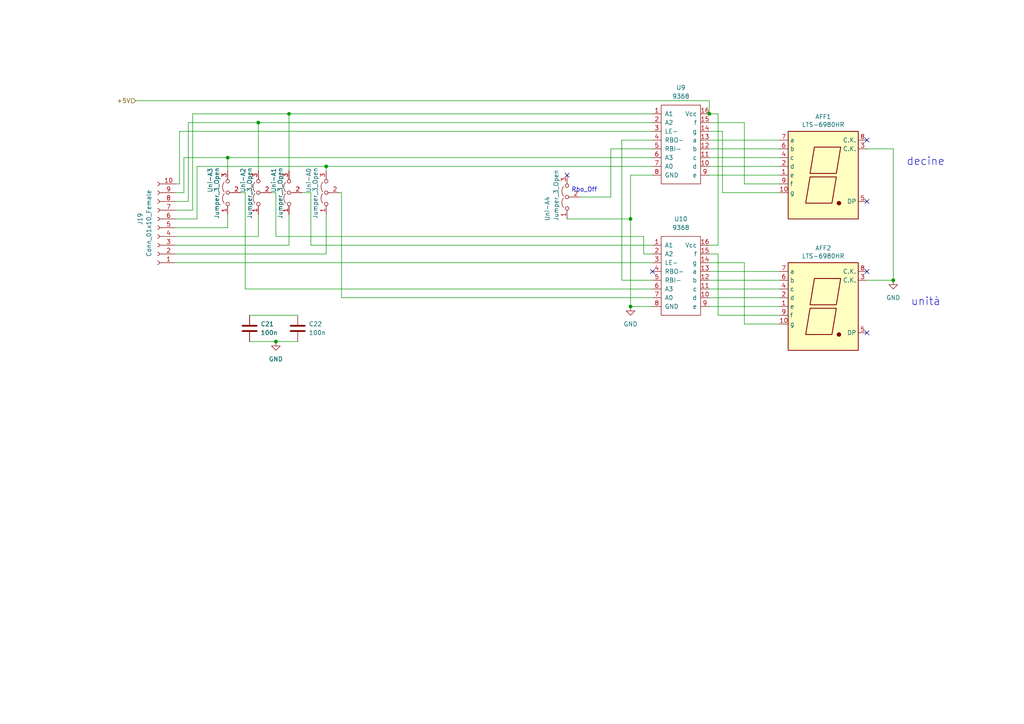
<source format=kicad_sch>
(kicad_sch (version 20211123) (generator eeschema)
  (paper "A4")
  (lib_symbols
    (symbol "Connector:Conn_01x10_Female" (pin_names (offset 1.016) hide)
      (property "Reference" "J" (at 0 12.7 0))
      (property "Value" "Conn_01x10_Female" (at 0 -15.24 0))
      (symbol "Conn_01x10_Female_1_1"
        (arc (start 0 -12.192) (mid -0.508 -12.7) (end 0 -13.208) (stroke (width 0.1524)))
        (arc (start 0 -9.652) (mid -0.508 -10.16) (end 0 -10.668) (stroke (width 0.1524)))
        (arc (start 0 -7.112) (mid -0.508 -7.62) (end 0 -8.128) (stroke (width 0.1524)))
        (arc (start 0 -4.572) (mid -0.508 -5.08) (end 0 -5.588) (stroke (width 0.1524)))
        (arc (start 0 -2.032) (mid -0.508 -2.54) (end 0 -3.048) (stroke (width 0.1524)))
        (polyline (pts (xy -1.27 -12.7) (xy -0.508 -12.7)) (stroke (width 0.1524)))
        (polyline (pts (xy -1.27 -10.16) (xy -0.508 -10.16)) (stroke (width 0.1524)))
        (polyline (pts (xy -1.27 -7.62) (xy -0.508 -7.62)) (stroke (width 0.1524)))
        (polyline (pts (xy -1.27 -5.08) (xy -0.508 -5.08)) (stroke (width 0.1524)))
        (polyline (pts (xy -1.27 -2.54) (xy -0.508 -2.54)) (stroke (width 0.1524)))
        (polyline (pts (xy -1.27 0) (xy -0.508 0)) (stroke (width 0.1524)))
        (polyline (pts (xy -1.27 2.54) (xy -0.508 2.54)) (stroke (width 0.1524)))
        (polyline (pts (xy -1.27 5.08) (xy -0.508 5.08)) (stroke (width 0.1524)))
        (polyline (pts (xy -1.27 7.62) (xy -0.508 7.62)) (stroke (width 0.1524)))
        (polyline (pts (xy -1.27 10.16) (xy -0.508 10.16)) (stroke (width 0.1524)))
        (arc (start 0 0.508) (mid -0.508 0) (end 0 -0.508) (stroke (width 0.1524)))
        (arc (start 0 3.048) (mid -0.508 2.54) (end 0 2.032) (stroke (width 0.1524)))
        (arc (start 0 5.588) (mid -0.508 5.08) (end 0 4.572) (stroke (width 0.1524)))
        (arc (start 0 8.128) (mid -0.508 7.62) (end 0 7.112) (stroke (width 0.1524)))
        (arc (start 0 10.668) (mid -0.508 10.16) (end 0 9.652) (stroke (width 0.1524)))
        (pin passive line (at -5.08 10.16 0) (length 3.81) (name "Pin_1") (number "1"))
        (pin passive line (at -5.08 -12.7 0) (length 3.81) (name "Pin_10") (number "10"))
        (pin passive line (at -5.08 7.62 0) (length 3.81) (name "Pin_2") (number "2"))
        (pin passive line (at -5.08 5.08 0) (length 3.81) (name "Pin_3") (number "3"))
        (pin passive line (at -5.08 2.54 0) (length 3.81) (name "Pin_4") (number "4"))
        (pin passive line (at -5.08 0 0) (length 3.81) (name "Pin_5") (number "5"))
        (pin passive line (at -5.08 -2.54 0) (length 3.81) (name "Pin_6") (number "6"))
        (pin passive line (at -5.08 -5.08 0) (length 3.81) (name "Pin_7") (number "7"))
        (pin passive line (at -5.08 -7.62 0) (length 3.81) (name "Pin_8") (number "8"))
        (pin passive line (at -5.08 -10.16 0) (length 3.81) (name "Pin_9") (number "9"))
      )
    )
    (symbol "Device:C" (pin_numbers hide) (pin_names (offset 0.254))
      (property "Reference" "C" (at 0.635 2.54 0))
      (property "Value" "C" (at 0.635 -2.54 0))
      (symbol "C_0_1"
        (polyline (pts (xy -2.032 -0.762) (xy 2.032 -0.762)) (stroke (width 0.508)))
        (polyline (pts (xy -2.032 0.762) (xy 2.032 0.762)) (stroke (width 0.508)))
      )
      (symbol "C_1_1"
        (pin passive line (at 0 3.81 270) (length 2.794) (name "~") (number "1"))
        (pin passive line (at 0 -3.81 90) (length 2.794) (name "~") (number "2"))
      )
    )
    (symbol "Display_Character:LTS-6980HR"
      (property "Reference" "AFF" (at -7.874 13.97 0))
      (property "Value" "LTS-6980HR" (at 4.064 13.97 0))
      (symbol "LTS-6980HR_0_1"
        (rectangle (start -10.16 12.7) (end 10.16 -12.7) (stroke (width 0.254)) (fill (type background)))
        (polyline (pts (xy -3.81 -0.508) (xy 3.81 -0.508) (xy 2.54 -8.128) (xy -5.08 -8.128) (xy -3.81 -0.508) (xy -3.81 -0.508)) (stroke (width 0.254)))
        (polyline (pts (xy -2.54 8.128) (xy 5.08 8.128) (xy 3.81 0.508) (xy -3.81 0.508) (xy -2.54 8.128) (xy -2.54 8.128)) (stroke (width 0.254)))
        (circle (center 4.572 -8.128) (radius 0.508) (stroke (width 0.254)) (fill (type outline)))
      )
      (symbol "LTS-6980HR_1_1"
        (pin passive line (at -12.7 0 0) (length 2.54) (name "e") (number "1"))
        (pin passive line (at -12.7 -5.08 0) (length 2.54) (name "g") (number "10"))
        (pin passive line (at -12.7 2.54 0) (length 2.54) (name "d") (number "2"))
        (pin passive line (at 12.7 7.62 180) (length 2.54) (name "C.K.") (number "3"))
        (pin passive line (at -12.7 5.08 0) (length 2.54) (name "c") (number "4"))
        (pin passive line (at 12.7 -7.62 180) (length 2.54) (name "DP") (number "5"))
        (pin passive line (at -12.7 7.62 0) (length 2.54) (name "b") (number "6"))
        (pin passive line (at -12.7 10.16 0) (length 2.54) (name "a") (number "7"))
        (pin passive line (at 12.7 10.16 180) (length 2.54) (name "C.K.") (number "8"))
        (pin passive line (at -12.7 -2.54 0) (length 2.54) (name "f") (number "9"))
      )
    )
    (symbol "Jumper:Jumper_3_Open" (pin_names (offset 0) hide)
      (property "Reference" "JP" (at -2.54 -2.54 0))
      (property "Value" "Jumper_3_Open" (at 0 2.794 0))
      (symbol "Jumper_3_Open_0_0"
        (circle (center -3.302 0) (radius 0.508))
        (circle (center 0 0) (radius 0.508))
        (circle (center 3.302 0) (radius 0.508))
      )
      (symbol "Jumper_3_Open_0_1"
        (arc (start -0.254 1.016) (mid -1.651 1.4992) (end -3.048 1.016))
        (polyline (pts (xy 0 -0.508) (xy 0 -1.27)))
        (arc (start 3.048 1.016) (mid 1.651 1.4992) (end 0.254 1.016))
      )
      (symbol "Jumper_3_Open_1_1"
        (pin passive line (at -6.35 0 0) (length 2.54) (name "A") (number "1"))
        (pin passive line (at 0 -3.81 90) (length 2.54) (name "C") (number "2"))
        (pin passive line (at 6.35 0 180) (length 2.54) (name "B") (number "3"))
      )
    )
    (symbol "Massimi_Lib. (2):9368" (pin_names (offset 1.016))
      (property "Reference" "U" (at 0 1.27 0))
      (property "Value" "9368" (at 0 -1.27 0))
      (symbol "9368_0_1"
        (rectangle (start -6.35 -2.54) (end 5.08 -25.4))
      )
      (symbol "9368_1_1"
        (pin input line (at -8.89 -5.08 0) (length 2.54) (name "A1") (number "1"))
        (pin output line (at 7.62 -20.32 180) (length 2.54) (name "d") (number "10"))
        (pin output line (at 7.62 -17.78 180) (length 2.54) (name "c") (number "11"))
        (pin output line (at 7.62 -15.24 180) (length 2.54) (name "b") (number "12"))
        (pin output line (at 7.62 -12.7 180) (length 2.54) (name "a") (number "13"))
        (pin output line (at 7.62 -10.16 180) (length 2.54) (name "g") (number "14"))
        (pin output line (at 7.62 -7.62 180) (length 2.54) (name "f") (number "15"))
        (pin input line (at 7.62 -5.08 180) (length 2.54) (name "Vcc") (number "16"))
        (pin input line (at -8.89 -7.62 0) (length 2.54) (name "A2") (number "2"))
        (pin input line (at -8.89 -10.16 0) (length 2.54) (name "LE-") (number "3"))
        (pin output line (at -8.89 -12.7 0) (length 2.54) (name "RBO-") (number "4"))
        (pin input line (at -8.89 -15.24 0) (length 2.54) (name "RBI-") (number "5"))
        (pin input line (at -8.89 -17.78 0) (length 2.54) (name "A3") (number "6"))
        (pin input line (at -8.89 -20.32 0) (length 2.54) (name "A0") (number "7"))
        (pin input line (at -8.89 -22.86 0) (length 2.54) (name "GND") (number "8"))
        (pin output line (at 7.62 -22.86 180) (length 2.54) (name "e") (number "9"))
      )
    )
    (symbol "power:GND" (power) (pin_names (offset 0))
      (property "Value" "GND" (at 0 -3.81 0))
      (symbol "GND_0_1"
        (polyline (pts (xy 0 0) (xy 0 -1.27) (xy 1.27 -1.27) (xy 0 -2.54) (xy -1.27 -1.27) (xy 0 -1.27)))
      )
      (symbol "GND_1_1"
        (pin power_in line (at 0 0 270) (length 0) hide (name "GND") (number "1"))
      )
    )
  )
  (junction (at 182.88 63.5))
  (junction (at 83.82 33.02))
  (junction (at 74.93 35.56))
  (junction (at 259.08 81.28))
  (junction (at 182.88 88.9))
  (junction (at 80.01 99.06))
  (junction (at 94.615 48.26))
  (junction (at 66.04 45.72))
  (junction (at 205.74 33.02))
  (no_connect (at 251.46 58.42))
  (no_connect (at 189.23 78.74))
  (no_connect (at 164.465 50.8))
  (no_connect (at 251.46 78.74))
  (no_connect (at 251.46 40.64))
  (no_connect (at 251.46 96.52))
  (wire (pts (xy 54.61 35.56) (xy 54.61 58.42)))
  (wire (pts (xy 177.165 57.15) (xy 168.275 57.15)))
  (wire (pts (xy 180.34 81.28) (xy 189.23 81.28)))
  (wire (pts (xy 259.08 43.18) (xy 259.08 81.28)))
  (wire (pts (xy 215.9 76.2) (xy 215.9 93.98)))
  (wire (pts (xy 94.615 62.23) (xy 94.615 73.66)))
  (wire (pts (xy 66.04 66.04) (xy 66.04 62.23)))
  (wire (pts (xy 80.01 99.06) (xy 86.36 99.06)))
  (wire (pts (xy 90.17 55.88) (xy 90.17 71.12)))
  (wire (pts (xy 205.74 45.72) (xy 226.06 45.72)))
  (wire (pts (xy 205.74 29.21) (xy 205.74 33.02)))
  (wire (pts (xy 50.8 68.58) (xy 74.93 68.58)))
  (wire (pts (xy 251.46 81.28) (xy 259.08 81.28)))
  (wire (pts (xy 52.07 38.1) (xy 189.23 38.1)))
  (wire (pts (xy 66.04 45.72) (xy 189.23 45.72)))
  (wire (pts (xy 94.615 48.26) (xy 189.23 48.26)))
  (wire (pts (xy 164.465 63.5) (xy 182.88 63.5)))
  (wire (pts (xy 186.69 68.58) (xy 186.69 73.66)))
  (wire (pts (xy 189.23 43.18) (xy 177.165 43.18)))
  (wire (pts (xy 83.82 33.02) (xy 83.82 49.53)))
  (wire (pts (xy 205.74 76.2) (xy 215.9 76.2)))
  (wire (pts (xy 52.07 38.1) (xy 52.07 53.34)))
  (wire (pts (xy 94.615 48.26) (xy 94.615 49.53)))
  (wire (pts (xy 90.17 71.12) (xy 189.23 71.12)))
  (wire (pts (xy 205.74 48.26) (xy 226.06 48.26)))
  (wire (pts (xy 205.74 81.28) (xy 226.06 81.28)))
  (wire (pts (xy 189.23 73.66) (xy 186.69 73.66)))
  (wire (pts (xy 205.74 43.18) (xy 226.06 43.18)))
  (wire (pts (xy 209.55 38.1) (xy 209.55 55.88)))
  (wire (pts (xy 72.39 91.44) (xy 86.36 91.44)))
  (wire (pts (xy 55.88 33.02) (xy 55.88 60.96)))
  (wire (pts (xy 53.34 45.72) (xy 66.04 45.72)))
  (wire (pts (xy 50.8 58.42) (xy 54.61 58.42)))
  (wire (pts (xy 50.8 63.5) (xy 57.15 63.5)))
  (wire (pts (xy 205.74 40.64) (xy 226.06 40.64)))
  (wire (pts (xy 99.06 55.88) (xy 99.06 86.36)))
  (wire (pts (xy 57.15 48.26) (xy 94.615 48.26)))
  (wire (pts (xy 182.88 63.5) (xy 182.88 88.9)))
  (wire (pts (xy 251.46 43.18) (xy 259.08 43.18)))
  (wire (pts (xy 87.63 55.88) (xy 90.17 55.88)))
  (wire (pts (xy 189.23 83.82) (xy 71.12 83.82)))
  (wire (pts (xy 78.74 55.88) (xy 80.01 55.88)))
  (wire (pts (xy 57.15 63.5) (xy 57.15 48.26)))
  (wire (pts (xy 205.74 73.66) (xy 208.28 73.66)))
  (wire (pts (xy 55.88 33.02) (xy 83.82 33.02)))
  (wire (pts (xy 74.93 68.58) (xy 74.93 62.23)))
  (wire (pts (xy 66.04 45.72) (xy 66.04 49.53)))
  (wire (pts (xy 72.39 99.06) (xy 80.01 99.06)))
  (wire (pts (xy 50.8 71.12) (xy 83.82 71.12)))
  (wire (pts (xy 189.23 40.64) (xy 180.34 40.64)))
  (wire (pts (xy 205.74 71.12) (xy 208.28 71.12)))
  (wire (pts (xy 50.8 53.34) (xy 52.07 53.34)))
  (wire (pts (xy 98.425 55.88) (xy 99.06 55.88)))
  (wire (pts (xy 186.69 68.58) (xy 80.01 68.58)))
  (wire (pts (xy 53.34 45.72) (xy 53.34 55.88)))
  (wire (pts (xy 50.8 66.04) (xy 66.04 66.04)))
  (wire (pts (xy 205.74 38.1) (xy 209.55 38.1)))
  (wire (pts (xy 50.8 55.88) (xy 53.34 55.88)))
  (wire (pts (xy 208.28 33.02) (xy 208.28 71.12)))
  (wire (pts (xy 83.82 71.12) (xy 83.82 62.23)))
  (wire (pts (xy 215.9 53.34) (xy 226.06 53.34)))
  (wire (pts (xy 71.12 55.88) (xy 71.12 83.82)))
  (wire (pts (xy 50.8 60.96) (xy 55.88 60.96)))
  (wire (pts (xy 189.23 86.36) (xy 99.06 86.36)))
  (wire (pts (xy 74.93 35.56) (xy 74.93 49.53)))
  (wire (pts (xy 208.28 91.44) (xy 226.06 91.44)))
  (wire (pts (xy 189.23 50.8) (xy 182.88 50.8)))
  (wire (pts (xy 205.74 83.82) (xy 226.06 83.82)))
  (wire (pts (xy 50.8 73.66) (xy 94.615 73.66)))
  (wire (pts (xy 205.74 78.74) (xy 226.06 78.74)))
  (wire (pts (xy 83.82 33.02) (xy 189.23 33.02)))
  (wire (pts (xy 208.28 73.66) (xy 208.28 91.44)))
  (wire (pts (xy 209.55 55.88) (xy 226.06 55.88)))
  (wire (pts (xy 215.9 93.98) (xy 226.06 93.98)))
  (wire (pts (xy 205.74 88.9) (xy 226.06 88.9)))
  (wire (pts (xy 180.34 40.64) (xy 180.34 81.28)))
  (wire (pts (xy 182.88 50.8) (xy 182.88 63.5)))
  (wire (pts (xy 205.74 86.36) (xy 226.06 86.36)))
  (wire (pts (xy 177.165 43.18) (xy 177.165 57.15)))
  (wire (pts (xy 205.74 33.02) (xy 208.28 33.02)))
  (wire (pts (xy 50.8 76.2) (xy 189.23 76.2)))
  (wire (pts (xy 205.74 50.8) (xy 226.06 50.8)))
  (wire (pts (xy 54.61 35.56) (xy 74.93 35.56)))
  (wire (pts (xy 69.85 55.88) (xy 71.12 55.88)))
  (wire (pts (xy 205.74 29.21) (xy 39.37 29.21)))
  (wire (pts (xy 205.74 35.56) (xy 215.9 35.56)))
  (wire (pts (xy 74.93 35.56) (xy 189.23 35.56)))
  (wire (pts (xy 182.88 88.9) (xy 189.23 88.9)))
  (wire (pts (xy 80.01 55.88) (xy 80.01 68.58)))
  (wire (pts (xy 215.9 35.56) (xy 215.9 53.34)))
  (text "unità" (at 264.16 88.9 0) (effects (font (size 2.2606 2.2606)) (justify left bottom)))
  (text "decine" (at 262.89 48.26 0) (effects (font (size 2.2606 2.2606)) (justify left bottom)))
  (text "Rbo_Off" (at 165.735 55.88 0) (effects (font (size 1.27 1.27)) (justify left bottom)))
  (hierarchical_label "+5V" (shape input) (at 39.37 29.21 180))
  (symbol (lib_id "Device:C") (at 72.39 95.25 0) (unit 1)
    (property "Reference" "C21" (at 75.565 93.98 0) (effects (justify left)))
    (property "Value" "100n" (at 75.565 96.52 0) (effects (justify left)))
    (property "Footprint" "Capacitor_THT:C_Disc_D4.3mm_W1.9mm_P5.00mm" (effects hide))
  )
  (symbol (lib_id "Jumper:Jumper_3_Open") (at 164.465 57.15 90) (unit 1)
    (property "Reference" "Uni-A4" (at 158.75 64.135 0) (effects (justify left)))
    (property "Value" "Jumper_3_Open" (at 161.29 64.135 0) (effects (justify left)))
    (property "Footprint" "Connector_PinSocket_2.54mm:PinSocket_1x03_P2.54mm_Vertical" (effects hide))
  )
  (symbol (lib_id "Connector:Conn_01x10_Female") (at 45.72 66.04 180) (unit 1)
    (property "Reference" "J19" (at 40.64 63.5 90))
    (property "Value" "Conn_01x10_Female" (at 43.18 64.77 90))
    (property "Footprint" "Connector_PinHeader_2.54mm:PinHeader_1x10_P2.54mm_Vertical" (effects hide))
  )
  (symbol (lib_id "power:GND") (at 182.88 88.9 0) (unit 1)
    (property "Reference" "#PWR041" (effects hide))
    (property "Value" "GND" (at 182.88 93.98 0))
  )
  (symbol (lib_id "power:GND") (at 259.08 81.28 0) (unit 1)
    (property "Reference" "#PWR044" (effects hide))
    (property "Value" "GND" (at 259.08 86.36 0))
  )
  (symbol (lib_id "Jumper:Jumper_3_Open") (at 83.82 55.88 90) (unit 1)
    (property "Reference" "Uni-A1" (at 79.375 55.88 0) (effects (justify left)))
    (property "Value" "Jumper_3_Open" (at 81.28 63.5 0) (effects (justify left)))
    (property "Footprint" "Connector_PinSocket_2.54mm:PinSocket_1x03_P2.54mm_Vertical" (effects hide))
  )
  (symbol (lib_id "Display_Character:LTS-6980HR") (at 238.76 88.9 0) (unit 1)
    (property "Reference" "AFF2" (at 238.76 71.9582 0))
    (property "Value" "LTS-6980HR" (at 238.76 74.2696 0))
    (property "Footprint" "Display_7Segment:7SegmentLED_LTS6760_LTS6780" (effects hide))
    (property "Datasheet" "http://datasheet.octopart.com/LTS-6960HR-Lite-On-datasheet-11803242.pdf" (effects hide))
  )
  (symbol (lib_id "Device:C") (at 86.36 95.25 0) (unit 1)
    (property "Reference" "C22" (at 89.535 93.98 0) (effects (justify left)))
    (property "Value" "100n" (at 89.535 96.52 0) (effects (justify left)))
    (property "Footprint" "Capacitor_THT:C_Disc_D4.3mm_W1.9mm_P5.00mm" (effects hide))
  )
  (symbol (lib_id "Jumper:Jumper_3_Open") (at 66.04 55.88 90) (unit 1)
    (property "Reference" "Uni-A3" (at 60.96 55.88 0) (effects (justify left)))
    (property "Value" "Jumper_3_Open" (at 62.865 63.5 0) (effects (justify left)))
    (property "Footprint" "Connector_PinSocket_2.54mm:PinSocket_1x03_P2.54mm_Vertical" (effects hide))
  )
  (symbol (lib_id "Jumper:Jumper_3_Open") (at 74.93 55.88 90) (unit 1)
    (property "Reference" "Uni-A2" (at 70.485 55.88 0) (effects (justify left)))
    (property "Value" "Jumper_3_Open" (at 72.39 63.5 0) (effects (justify left)))
    (property "Footprint" "Connector_PinSocket_2.54mm:PinSocket_1x03_P2.54mm_Vertical" (effects hide))
  )
  (symbol (lib_id "Massimi_Lib. (2):9368") (at 198.12 66.04 0) (unit 1)
    (property "Reference" "U10" (at 197.485 63.5 0))
    (property "Value" "9368" (at 197.485 66.04 0))
    (property "Footprint" "Package_DIP:DIP-16_W7.62mm_Socket_LongPads" (effects hide))
  )
  (symbol (lib_id "Display_Character:LTS-6980HR") (at 238.76 50.8 0) (unit 1)
    (property "Reference" "AFF1" (at 238.76 33.8582 0))
    (property "Value" "LTS-6980HR" (at 238.76 36.1696 0))
    (property "Footprint" "Display_7Segment:7SegmentLED_LTS6760_LTS6780" (effects hide))
    (property "Datasheet" "http://datasheet.octopart.com/LTS-6960HR-Lite-On-datasheet-11803242.pdf" (effects hide))
  )
  (symbol (lib_id "Massimi_Lib. (2):9368") (at 198.12 27.94 0) (unit 1)
    (property "Reference" "U9" (at 197.485 25.4 0))
    (property "Value" "9368" (at 197.485 27.94 0))
    (property "Footprint" "Package_DIP:DIP-16_W7.62mm_Socket_LongPads" (effects hide))
  )
  (symbol (lib_id "Jumper:Jumper_3_Open") (at 94.615 55.88 90) (unit 1)
    (property "Reference" "Uni-A0" (at 89.535 55.88 0) (effects (justify left)))
    (property "Value" "Jumper_3_Open" (at 91.44 63.5 0) (effects (justify left)))
    (property "Footprint" "Connector_PinSocket_2.54mm:PinSocket_1x03_P2.54mm_Vertical" (effects hide))
  )
  (symbol (lib_id "power:GND") (at 80.01 99.06 0) (unit 1)
    (property "Reference" "#PWR040" (effects hide))
    (property "Value" "GND" (at 80.01 104.14 0))
  )
)
</source>
